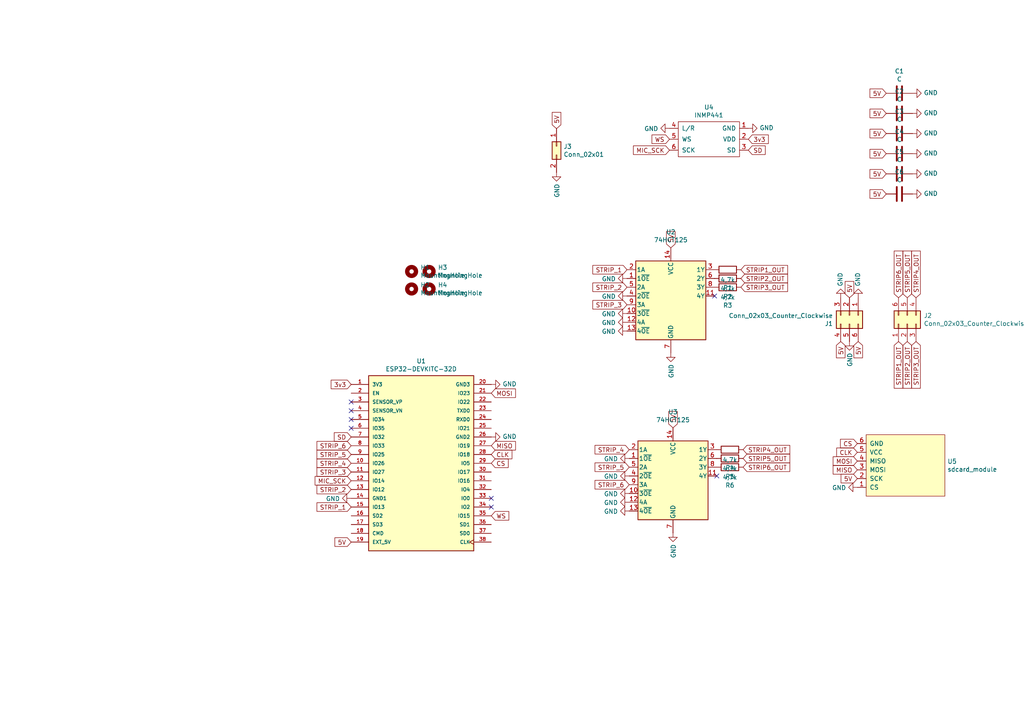
<source format=kicad_sch>
(kicad_sch (version 20230121) (generator eeschema)
  (paper "A4")
  (lib_symbols
    (symbol "74hct125:74HCT125" (pin_names (offset 0.254))
      (property "Reference" "U" (at 2.54 15.24 0))
      (property "Value" "74HCT125" (at -5.08 2.54 0))
      (symbol "74HCT125_0_0"
        (pin power_in line (at 0 17.78 270) (length 3.81) (name "VCC") (number "14"))
        (pin power_in line (at 0 -12.7 90) (length 3.81) (name "GND") (number "7"))
      )
      (symbol "74HCT125_0_1"
        (rectangle (start -10.16 13.97) (end 10.16 -8.89) (stroke (width 0.254)) (fill (type background)))
      )
      (symbol "74HCT125_1_1"
        (pin input line (at -12.7 8.89 0) (length 2.54) (name "1~{OE}") (number "1"))
        (pin input line (at -12.7 -1.27 0) (length 2.54) (name "3~{OE}") (number "10"))
        (pin output line (at 12.7 3.81 180) (length 2.54) (name "4Y") (number "11"))
        (pin input line (at -12.7 -3.81 0) (length 2.54) (name "4A") (number "12"))
        (pin input line (at -12.7 -6.35 0) (length 2.54) (name "4~{OE}") (number "13"))
        (pin input line (at -12.7 11.43 0) (length 2.54) (name "1A") (number "2"))
        (pin output line (at 12.7 11.43 180) (length 2.54) (name "1Y") (number "3"))
        (pin input line (at -12.7 3.81 0) (length 2.54) (name "2~{OE}") (number "4"))
        (pin input line (at -12.7 6.35 0) (length 2.54) (name "2A") (number "5"))
        (pin output line (at 12.7 8.89 180) (length 2.54) (name "2Y") (number "6"))
        (pin output line (at 12.7 6.35 180) (length 2.54) (name "3Y") (number "8"))
        (pin input line (at -12.7 1.27 0) (length 2.54) (name "3A") (number "9"))
      )
    )
    (symbol "Connector_Generic:Conn_02x01" (pin_names (offset 1.016) hide)
      (property "Reference" "J" (at 1.27 2.54 0))
      (property "Value" "Conn_02x01" (at 1.27 -2.54 0))
      (symbol "Conn_02x01_1_1"
        (rectangle (start -1.27 0.127) (end 0 -0.127) (stroke (width 0.1524)))
        (rectangle (start -1.27 1.27) (end 3.81 -1.27) (stroke (width 0.254)) (fill (type background)))
        (rectangle (start 3.81 0.127) (end 2.54 -0.127) (stroke (width 0.1524)))
        (pin passive line (at -5.08 0 0) (length 3.81) (name "Pin_1") (number "1"))
        (pin passive line (at 7.62 0 180) (length 3.81) (name "Pin_2") (number "2"))
      )
    )
    (symbol "Connector_Generic:Conn_02x03_Counter_Clockwise" (pin_names (offset 1.016) hide)
      (property "Reference" "J" (at 1.27 5.08 0))
      (property "Value" "Conn_02x03_Counter_Clockwise" (at 1.27 -5.08 0))
      (symbol "Conn_02x03_Counter_Clockwise_1_1"
        (rectangle (start -1.27 -2.413) (end 0 -2.667) (stroke (width 0.1524)))
        (rectangle (start -1.27 0.127) (end 0 -0.127) (stroke (width 0.1524)))
        (rectangle (start -1.27 2.667) (end 0 2.413) (stroke (width 0.1524)))
        (rectangle (start -1.27 3.81) (end 3.81 -3.81) (stroke (width 0.254)) (fill (type background)))
        (rectangle (start 3.81 -2.413) (end 2.54 -2.667) (stroke (width 0.1524)))
        (rectangle (start 3.81 0.127) (end 2.54 -0.127) (stroke (width 0.1524)))
        (rectangle (start 3.81 2.667) (end 2.54 2.413) (stroke (width 0.1524)))
        (pin passive line (at -5.08 2.54 0) (length 3.81) (name "Pin_1") (number "1"))
        (pin passive line (at -5.08 0 0) (length 3.81) (name "Pin_2") (number "2"))
        (pin passive line (at -5.08 -2.54 0) (length 3.81) (name "Pin_3") (number "3"))
        (pin passive line (at 7.62 -2.54 180) (length 3.81) (name "Pin_4") (number "4"))
        (pin passive line (at 7.62 0 180) (length 3.81) (name "Pin_5") (number "5"))
        (pin passive line (at 7.62 2.54 180) (length 3.81) (name "Pin_6") (number "6"))
      )
    )
    (symbol "Device:C" (pin_numbers hide) (pin_names (offset 0.254))
      (property "Reference" "C" (at 0.635 2.54 0))
      (property "Value" "C" (at 0.635 -2.54 0))
      (symbol "C_0_1"
        (polyline (pts (xy -2.032 -0.762) (xy 2.032 -0.762)) (stroke (width 0.508)))
        (polyline (pts (xy -2.032 0.762) (xy 2.032 0.762)) (stroke (width 0.508)))
      )
      (symbol "C_1_1"
        (pin passive line (at 0 3.81 270) (length 2.794) (name "~") (number "1"))
        (pin passive line (at 0 -3.81 90) (length 2.794) (name "~") (number "2"))
      )
    )
    (symbol "Device:R" (pin_numbers hide) (pin_names (offset 0))
      (property "Reference" "R" (at 2.032 0 90))
      (property "Value" "R" (at 0 0 90))
      (symbol "R_0_1"
        (rectangle (start -1.016 -2.54) (end 1.016 2.54) (stroke (width 0.254)))
      )
      (symbol "R_1_1"
        (pin passive line (at 0 3.81 270) (length 1.27) (name "~") (number "1"))
        (pin passive line (at 0 -3.81 90) (length 1.27) (name "~") (number "2"))
      )
    )
    (symbol "Mechanical:MountingHole" (pin_names (offset 1.016))
      (property "Reference" "H" (at 0 5.08 0))
      (property "Value" "MountingHole" (at 0 3.175 0))
      (symbol "MountingHole_0_1"
        (circle (center 0 0) (radius 1.27) (stroke (width 1.27)))
      )
    )
    (symbol "dodeca-blink-rescue:INMP441-inmp441" (pin_names (offset 1.016))
      (property "Reference" "U" (at 0 0 0))
      (property "Value" "inmp441_INMP441" (at 0 1.905 0))
      (symbol "INMP441-inmp441_0_1"
        (rectangle (start -8.89 6.35) (end 8.89 -3.81))
      )
      (symbol "INMP441-inmp441_1_1"
        (pin power_out line (at 11.43 4.445 180) (length 2.54) (name "GND") (number "1"))
        (pin power_out line (at 11.43 1.27 180) (length 2.54) (name "VDD") (number "2"))
        (pin bidirectional line (at 11.43 -1.905 180) (length 2.54) (name "SD") (number "3"))
        (pin bidirectional line (at -11.43 4.445 0) (length 2.54) (name "L/R") (number "4"))
        (pin bidirectional line (at -11.43 1.27 0) (length 2.54) (name "WS") (number "5"))
        (pin bidirectional line (at -11.43 -1.905 0) (length 2.54) (name "SCK") (number "6"))
      )
    )
    (symbol "dodeca-blink-rescue:sdcard_module-kwmobile_sdcard_module" (pin_names (offset 1.016))
      (property "Reference" "U" (at 0 0 0))
      (property "Value" "kwmobile_sdcard_module_sdcard_module" (at 0.635 1.905 0))
      (symbol "sdcard_module-kwmobile_sdcard_module_0_1"
        (rectangle (start -12.7 10.16) (end 10.16 -7.62) (fill (type background)))
      )
      (symbol "sdcard_module-kwmobile_sdcard_module_1_1"
        (pin input line (at -15.24 -5.08 0) (length 2.54) (name "CS") (number "1"))
        (pin input line (at -15.24 -2.54 0) (length 2.54) (name "SCK") (number "2"))
        (pin input line (at -15.24 0 0) (length 2.54) (name "MOSI") (number "3"))
        (pin input line (at -15.24 2.54 0) (length 2.54) (name "MISO") (number "4"))
        (pin input line (at -15.24 5.08 0) (length 2.54) (name "VCC") (number "5"))
        (pin input line (at -15.24 7.62 0) (length 2.54) (name "GND") (number "6"))
      )
    )
    (symbol "esp32-devkit-azdev:ESP32-DEVKITC-32D" (pin_names (offset 1.016))
      (property "Reference" "U" (at -15.2654 26.0604 0))
      (property "Value" "ESP32-DEVKITC-32D" (at -15.2654 -27.9654 0))
      (symbol "ESP32-DEVKITC-32D_0_0"
        (rectangle (start -15.24 -25.4) (end 15.24 25.4) (stroke (width 0.254)) (fill (type background)))
        (pin power_in line (at -20.32 22.86 0) (length 5.08) (name "3V3") (number "1"))
        (pin bidirectional line (at -20.32 0 0) (length 5.08) (name "IO26") (number "10"))
        (pin bidirectional line (at -20.32 -2.54 0) (length 5.08) (name "IO27") (number "11"))
        (pin bidirectional line (at -20.32 -5.08 0) (length 5.08) (name "IO14") (number "12"))
        (pin bidirectional line (at -20.32 -7.62 0) (length 5.08) (name "IO12") (number "13"))
        (pin power_in line (at -20.32 -10.16 0) (length 5.08) (name "GND1") (number "14"))
        (pin bidirectional line (at -20.32 -12.7 0) (length 5.08) (name "IO13") (number "15"))
        (pin bidirectional line (at -20.32 -15.24 0) (length 5.08) (name "SD2") (number "16"))
        (pin bidirectional line (at -20.32 -17.78 0) (length 5.08) (name "SD3") (number "17"))
        (pin bidirectional line (at -20.32 -20.32 0) (length 5.08) (name "CMD") (number "18"))
        (pin power_in line (at -20.32 -22.86 0) (length 5.08) (name "EXT_5V") (number "19"))
        (pin input line (at -20.32 20.32 0) (length 5.08) (name "EN") (number "2"))
        (pin power_in line (at 20.32 22.86 180) (length 5.08) (name "GND3") (number "20"))
        (pin bidirectional line (at 20.32 20.32 180) (length 5.08) (name "IO23") (number "21"))
        (pin bidirectional line (at 20.32 17.78 180) (length 5.08) (name "IO22") (number "22"))
        (pin output line (at 20.32 15.24 180) (length 5.08) (name "TXD0") (number "23"))
        (pin input line (at 20.32 12.7 180) (length 5.08) (name "RXD0") (number "24"))
        (pin bidirectional line (at 20.32 10.16 180) (length 5.08) (name "IO21") (number "25"))
        (pin power_in line (at 20.32 7.62 180) (length 5.08) (name "GND2") (number "26"))
        (pin bidirectional line (at 20.32 5.08 180) (length 5.08) (name "IO19") (number "27"))
        (pin bidirectional line (at 20.32 2.54 180) (length 5.08) (name "IO18") (number "28"))
        (pin bidirectional line (at 20.32 0 180) (length 5.08) (name "IO5") (number "29"))
        (pin input line (at -20.32 17.78 0) (length 5.08) (name "SENSOR_VP") (number "3"))
        (pin bidirectional line (at 20.32 -2.54 180) (length 5.08) (name "IO17") (number "30"))
        (pin bidirectional line (at 20.32 -5.08 180) (length 5.08) (name "IO16") (number "31"))
        (pin bidirectional line (at 20.32 -7.62 180) (length 5.08) (name "IO4") (number "32"))
        (pin bidirectional line (at 20.32 -10.16 180) (length 5.08) (name "IO0") (number "33"))
        (pin bidirectional line (at 20.32 -12.7 180) (length 5.08) (name "IO2") (number "34"))
        (pin bidirectional line (at 20.32 -15.24 180) (length 5.08) (name "IO15") (number "35"))
        (pin bidirectional line (at 20.32 -17.78 180) (length 5.08) (name "SD1") (number "36"))
        (pin bidirectional line (at 20.32 -20.32 180) (length 5.08) (name "SD0") (number "37"))
        (pin input clock (at 20.32 -22.86 180) (length 5.08) (name "CLK") (number "38"))
        (pin input line (at -20.32 15.24 0) (length 5.08) (name "SENSOR_VN") (number "4"))
        (pin bidirectional line (at -20.32 12.7 0) (length 5.08) (name "IO34") (number "5"))
        (pin bidirectional line (at -20.32 10.16 0) (length 5.08) (name "IO35") (number "6"))
        (pin bidirectional line (at -20.32 7.62 0) (length 5.08) (name "IO32") (number "7"))
        (pin bidirectional line (at -20.32 5.08 0) (length 5.08) (name "IO33") (number "8"))
        (pin bidirectional line (at -20.32 2.54 0) (length 5.08) (name "IO25") (number "9"))
      )
    )
    (symbol "power:GND" (power) (pin_names (offset 0))
      (property "Value" "GND" (at 0 -3.81 0))
      (symbol "GND_0_1"
        (polyline (pts (xy 0 0) (xy 0 -1.27) (xy 1.27 -1.27) (xy 0 -2.54) (xy -1.27 -1.27) (xy 0 -1.27)))
      )
      (symbol "GND_1_1"
        (pin power_in line (at 0 0 270) (length 0) hide (name "GND") (number "1"))
      )
    )
  )
  (no_connect (at 101.854 116.586))
  (no_connect (at 207.899 138.049))
  (no_connect (at 101.854 119.126))
  (no_connect (at 142.494 144.526))
  (no_connect (at 101.854 124.206))
  (no_connect (at 207.264 85.852))
  (no_connect (at 142.494 147.066))
  (no_connect (at 101.854 121.666))
  (global_label "5V" (shape input) (at 195.199 124.079 90) (property "Intersheetrefs" "${INTERSHEET_REFS}" (effects hide)))
  (global_label "3v3" (shape input) (at 101.854 111.506 180) (property "Intersheetrefs" "${INTERSHEET_REFS}" (effects hide)))
  (global_label "STRIP6_OUT" (shape input) (at 260.604 86.36 90) (property "Intersheetrefs" "${INTERSHEET_REFS}" (effects hide)))
  (global_label "STRIP1_OUT" (shape input) (at 214.884 78.232 0) (property "Intersheetrefs" "${INTERSHEET_REFS}" (effects hide)))
  (global_label "STRIP3_OUT" (shape input) (at 265.684 99.06 270) (property "Intersheetrefs" "${INTERSHEET_REFS}" (effects hide)))
  (global_label "STRIP_2" (shape input) (at 101.854 141.986 180) (property "Intersheetrefs" "${INTERSHEET_REFS}" (effects hide)))
  (global_label "CS" (shape input) (at 248.666 128.651 180) (property "Intersheetrefs" "${INTERSHEET_REFS}" (effects hide)))
  (global_label "STRIP2_OUT" (shape input) (at 263.144 99.06 270) (property "Intersheetrefs" "${INTERSHEET_REFS}" (effects hide)))
  (global_label "STRIP1_OUT" (shape input) (at 260.604 99.06 270) (property "Intersheetrefs" "${INTERSHEET_REFS}" (effects hide)))
  (global_label "5V" (shape input) (at 246.38 86.36 90) (property "Intersheetrefs" "${INTERSHEET_REFS}" (effects hide)))
  (global_label "MOSI" (shape input) (at 248.666 133.731 180) (property "Intersheetrefs" "${INTERSHEET_REFS}" (effects hide)))
  (global_label "SD" (shape input) (at 217.043 43.561 0) (property "Intersheetrefs" "${INTERSHEET_REFS}" (effects hide)))
  (global_label "5V" (shape input) (at 257.048 56.261 180) (property "Intersheetrefs" "${INTERSHEET_REFS}" (effects hide)))
  (global_label "5V" (shape input) (at 257.048 38.735 180) (property "Intersheetrefs" "${INTERSHEET_REFS}" (effects hide)))
  (global_label "STRIP_4" (shape input) (at 101.854 134.366 180) (property "Intersheetrefs" "${INTERSHEET_REFS}" (effects hide)))
  (global_label "STRIP3_OUT" (shape input) (at 214.884 83.312 0) (property "Intersheetrefs" "${INTERSHEET_REFS}" (effects hide)))
  (global_label "MIC_SCK" (shape input) (at 101.854 139.446 180) (property "Intersheetrefs" "${INTERSHEET_REFS}" (effects hide)))
  (global_label "5V" (shape input) (at 257.048 27.051 180) (property "Intersheetrefs" "${INTERSHEET_REFS}" (effects hide)))
  (global_label "MIC_SCK" (shape input) (at 194.183 43.561 180) (property "Intersheetrefs" "${INTERSHEET_REFS}" (effects hide)))
  (global_label "5V" (shape input) (at 248.666 138.811 180) (property "Intersheetrefs" "${INTERSHEET_REFS}" (effects hide)))
  (global_label "STRIP_5" (shape input) (at 101.854 131.826 180) (property "Intersheetrefs" "${INTERSHEET_REFS}" (effects hide)))
  (global_label "5V" (shape input) (at 161.417 37.3126 90) (property "Intersheetrefs" "${INTERSHEET_REFS}" (effects hide)))
  (global_label "SD" (shape input) (at 101.854 126.746 180) (property "Intersheetrefs" "${INTERSHEET_REFS}" (effects hide)))
  (global_label "STRIP4_OUT" (shape input) (at 265.684 86.36 90) (property "Intersheetrefs" "${INTERSHEET_REFS}" (effects hide)))
  (global_label "WS" (shape input) (at 142.494 149.606 0) (property "Intersheetrefs" "${INTERSHEET_REFS}" (effects hide)))
  (global_label "3v3" (shape input) (at 217.043 40.386 0) (property "Intersheetrefs" "${INTERSHEET_REFS}" (effects hide)))
  (global_label "5V" (shape input) (at 194.564 71.882 90) (property "Intersheetrefs" "${INTERSHEET_REFS}" (effects hide)))
  (global_label "STRIP5_OUT" (shape input) (at 263.144 86.36 90) (property "Intersheetrefs" "${INTERSHEET_REFS}" (effects hide)))
  (global_label "5V" (shape input) (at 257.048 32.893 180) (property "Intersheetrefs" "${INTERSHEET_REFS}" (effects hide)))
  (global_label "STRIP5_OUT" (shape input) (at 215.519 132.969 0) (property "Intersheetrefs" "${INTERSHEET_REFS}" (effects hide)))
  (global_label "5V" (shape input) (at 257.048 44.577 180) (property "Intersheetrefs" "${INTERSHEET_REFS}" (effects hide)))
  (global_label "STRIP_6" (shape input) (at 101.854 129.286 180) (property "Intersheetrefs" "${INTERSHEET_REFS}" (effects hide)))
  (global_label "MOSI" (shape input) (at 142.494 114.046 0) (property "Intersheetrefs" "${INTERSHEET_REFS}" (effects hide)))
  (global_label "CLK" (shape input) (at 142.494 131.826 0) (property "Intersheetrefs" "${INTERSHEET_REFS}" (effects hide)))
  (global_label "STRIP_1" (shape input) (at 181.864 78.232 180) (property "Intersheetrefs" "${INTERSHEET_REFS}" (effects hide)))
  (global_label "STRIP4_OUT" (shape input) (at 215.519 130.429 0) (property "Intersheetrefs" "${INTERSHEET_REFS}" (effects hide)))
  (global_label "CLK" (shape input) (at 248.666 131.191 180) (property "Intersheetrefs" "${INTERSHEET_REFS}" (effects hide)))
  (global_label "STRIP_6" (shape input) (at 182.499 140.589 180) (property "Intersheetrefs" "${INTERSHEET_REFS}" (effects hide)))
  (global_label "5V" (shape input) (at 101.854 157.226 180) (property "Intersheetrefs" "${INTERSHEET_REFS}" (effects hide)))
  (global_label "STRIP_3" (shape input) (at 181.864 88.392 180) (property "Intersheetrefs" "${INTERSHEET_REFS}" (effects hide)))
  (global_label "CS" (shape input) (at 142.494 134.366 0) (property "Intersheetrefs" "${INTERSHEET_REFS}" (effects hide)))
  (global_label "MISO" (shape input) (at 142.494 129.286 0) (property "Intersheetrefs" "${INTERSHEET_REFS}" (effects hide)))
  (global_label "STRIP_1" (shape input) (at 101.854 147.066 180) (property "Intersheetrefs" "${INTERSHEET_REFS}" (effects hide)))
  (global_label "STRIP_2" (shape input) (at 181.864 83.312 180) (property "Intersheetrefs" "${INTERSHEET_REFS}" (effects hide)))
  (global_label "5V" (shape input) (at 243.84 99.06 270) (property "Intersheetrefs" "${INTERSHEET_REFS}" (effects hide)))
  (global_label "STRIP2_OUT" (shape input) (at 214.884 80.772 0) (property "Intersheetrefs" "${INTERSHEET_REFS}" (effects hide)))
  (global_label "WS" (shape input) (at 194.183 40.386 180) (property "Intersheetrefs" "${INTERSHEET_REFS}" (effects hide)))
  (global_label "STRIP_4" (shape input) (at 182.499 130.429 180) (property "Intersheetrefs" "${INTERSHEET_REFS}" (effects hide)))
  (global_label "5V" (shape input) (at 257.048 50.419 180) (property "Intersheetrefs" "${INTERSHEET_REFS}" (effects hide)))
  (global_label "STRIP_5" (shape input) (at 182.499 135.509 180) (property "Intersheetrefs" "${INTERSHEET_REFS}" (effects hide)))
  (global_label "5V" (shape input) (at 248.92 99.06 270) (property "Intersheetrefs" "${INTERSHEET_REFS}" (effects hide)))
  (global_label "STRIP_3" (shape input) (at 101.854 136.906 180) (property "Intersheetrefs" "${INTERSHEET_REFS}" (effects hide)))
  (global_label "MISO" (shape input) (at 248.666 136.271 180) (property "Intersheetrefs" "${INTERSHEET_REFS}" (effects hide)))
  (global_label "STRIP6_OUT" (shape input) (at 215.519 135.509 0) (property "Intersheetrefs" "${INTERSHEET_REFS}" (effects hide)))
  (symbol (lib_id "Device:R") (at 211.074 78.232 90) (unit 1)
    (property "Reference" "R1" (at 211.074 83.4898 90))
    (property "Value" "4,7k" (at 211.074 81.1784 90))
    (property "Footprint" "Resistor_THT:R_Axial_DIN0207_L6.3mm_D2.5mm_P7.62mm_Horizontal" (effects hide))
  )
  (symbol (lib_id "Device:R") (at 211.074 80.772 90) (unit 1)
    (property "Reference" "R2" (at 211.074 86.0298 90))
    (property "Value" "4,7k" (at 211.074 83.7184 90))
    (property "Footprint" "Resistor_THT:R_Axial_DIN0207_L6.3mm_D2.5mm_P7.62mm_Horizontal" (effects hide))
  )
  (symbol (lib_id "Device:R") (at 211.074 83.312 90) (unit 1)
    (property "Reference" "R3" (at 211.074 88.5698 90))
    (property "Value" "4,7k" (at 211.074 86.2584 90))
    (property "Footprint" "Resistor_THT:R_Axial_DIN0207_L6.3mm_D2.5mm_P7.62mm_Horizontal" (effects hide))
  )
  (symbol (lib_id "Device:R") (at 211.709 130.429 90) (unit 1)
    (property "Reference" "R4" (at 211.709 135.6868 90))
    (property "Value" "4,7k" (at 211.709 133.3754 90))
    (property "Footprint" "Resistor_THT:R_Axial_DIN0207_L6.3mm_D2.5mm_P7.62mm_Horizontal" (effects hide))
  )
  (symbol (lib_id "Device:R") (at 211.709 132.969 90) (unit 1)
    (property "Reference" "R5" (at 211.709 138.2268 90))
    (property "Value" "4,7k" (at 211.709 135.9154 90))
    (property "Footprint" "Resistor_THT:R_Axial_DIN0207_L6.3mm_D2.5mm_P7.62mm_Horizontal" (effects hide))
  )
  (symbol (lib_id "Device:R") (at 211.709 135.509 90) (unit 1)
    (property "Reference" "R6" (at 211.709 140.7668 90))
    (property "Value" "4,7k" (at 211.709 138.4554 90))
    (property "Footprint" "Resistor_THT:R_Axial_DIN0207_L6.3mm_D2.5mm_P7.62mm_Horizontal" (effects hide))
  )
  (symbol (lib_id "Device:C") (at 260.858 27.051 270) (unit 1)
    (property "Reference" "C1" (at 260.858 20.6502 90))
    (property "Value" "C" (at 260.858 22.9616 90))
    (property "Footprint" "Capacitor_THT:CP_Radial_D10.0mm_P5.00mm" (effects hide))
  )
  (symbol (lib_id "Device:C") (at 260.858 32.893 270) (unit 1)
    (property "Reference" "C2" (at 260.858 26.4922 90))
    (property "Value" "C" (at 260.858 28.8036 90))
    (property "Footprint" "Capacitor_THT:CP_Radial_D10.0mm_P5.00mm" (effects hide))
  )
  (symbol (lib_id "Device:C") (at 260.858 38.735 270) (unit 1)
    (property "Reference" "C3" (at 260.858 32.3342 90))
    (property "Value" "C" (at 260.858 34.6456 90))
    (property "Footprint" "Capacitor_THT:CP_Radial_D10.0mm_P5.00mm" (effects hide))
  )
  (symbol (lib_id "Device:C") (at 260.858 44.577 270) (unit 1)
    (property "Reference" "C4" (at 260.858 38.1762 90))
    (property "Value" "C" (at 260.858 40.4876 90))
    (property "Footprint" "Capacitor_THT:CP_Radial_D10.0mm_P5.00mm" (effects hide))
  )
  (symbol (lib_id "Device:C") (at 260.858 50.419 270) (unit 1)
    (property "Reference" "C5" (at 260.858 44.0182 90))
    (property "Value" "C" (at 260.858 46.3296 90))
    (property "Footprint" "Capacitor_THT:CP_Radial_D10.0mm_P5.00mm" (effects hide))
  )
  (symbol (lib_id "Device:C") (at 260.858 56.261 270) (unit 1)
    (property "Reference" "C6" (at 260.858 49.8602 90))
    (property "Value" "C" (at 260.858 52.1716 90))
    (property "Footprint" "Capacitor_THT:CP_Radial_D10.0mm_P5.00mm" (effects hide))
  )
  (symbol (lib_id "power:GND") (at 264.668 56.261 90) (unit 1)
    (property "Reference" "#PWR0101" (effects hide))
    (property "Value" "GND" (at 267.9192 56.134 90) (effects (justify right)))
  )
  (symbol (lib_id "power:GND") (at 264.668 50.419 90) (unit 1)
    (property "Reference" "#PWR0102" (effects hide))
    (property "Value" "GND" (at 267.9192 50.292 90) (effects (justify right)))
  )
  (symbol (lib_id "power:GND") (at 264.668 44.577 90) (unit 1)
    (property "Reference" "#PWR0103" (effects hide))
    (property "Value" "GND" (at 267.9192 44.45 90) (effects (justify right)))
  )
  (symbol (lib_id "power:GND") (at 264.668 38.735 90) (unit 1)
    (property "Reference" "#PWR0104" (effects hide))
    (property "Value" "GND" (at 267.9192 38.608 90) (effects (justify right)))
  )
  (symbol (lib_id "power:GND") (at 264.668 32.893 90) (unit 1)
    (property "Reference" "#PWR0105" (effects hide))
    (property "Value" "GND" (at 267.9192 32.766 90) (effects (justify right)))
  )
  (symbol (lib_id "power:GND") (at 264.668 27.051 90) (unit 1)
    (property "Reference" "#PWR0106" (effects hide))
    (property "Value" "GND" (at 267.9192 26.924 90) (effects (justify right)))
  )
  (symbol (lib_id "Connector_Generic:Conn_02x03_Counter_Clockwise") (at 263.144 93.98 90) (unit 1)
    (property "Reference" "J2" (at 267.9192 91.5416 90) (effects (justify right)))
    (property "Value" "Conn_02x03_Counter_Clockwise" (at 267.9192 93.853 90) (effects (justify right)))
    (property "Footprint" "Connector_PinHeader_2.54mm:PinHeader_2x03_P2.54mm_Vertical" (effects hide))
  )
  (symbol (lib_id "Connector_Generic:Conn_02x01") (at 161.417 42.3926 270) (unit 1)
    (property "Reference" "J3" (at 163.449 42.4942 90) (effects (justify left)))
    (property "Value" "Conn_02x01" (at 163.449 44.8056 90) (effects (justify left)))
    (property "Footprint" "Connector_JST:JST_XH_B2B-XH-AM_1x02_P2.50mm_Vertical" (effects hide))
  )
  (symbol (lib_id "power:GND") (at 161.417 50.0126 0) (unit 1)
    (property "Reference" "#PWR0107" (effects hide))
    (property "Value" "GND" (at 161.544 53.2638 90) (effects (justify right)))
  )
  (symbol (lib_id "power:GND") (at 181.864 85.852 270) (unit 1)
    (property "Reference" "#PWR0111" (effects hide))
    (property "Value" "GND" (at 178.6128 85.979 90) (effects (justify right)))
  )
  (symbol (lib_id "power:GND") (at 181.864 80.772 270) (unit 1)
    (property "Reference" "#PWR0112" (effects hide))
    (property "Value" "GND" (at 178.6128 80.899 90) (effects (justify right)))
  )
  (symbol (lib_id "power:GND") (at 181.864 90.932 270) (unit 1)
    (property "Reference" "#PWR0113" (effects hide))
    (property "Value" "GND" (at 178.6128 91.059 90) (effects (justify right)))
  )
  (symbol (lib_id "power:GND") (at 182.499 132.969 270) (unit 1)
    (property "Reference" "#PWR0114" (effects hide))
    (property "Value" "GND" (at 179.2478 133.096 90) (effects (justify right)))
  )
  (symbol (lib_id "power:GND") (at 182.499 138.049 270) (unit 1)
    (property "Reference" "#PWR0115" (effects hide))
    (property "Value" "GND" (at 179.2478 138.176 90) (effects (justify right)))
  )
  (symbol (lib_id "power:GND") (at 182.499 143.129 270) (unit 1)
    (property "Reference" "#PWR0116" (effects hide))
    (property "Value" "GND" (at 179.2478 143.256 90) (effects (justify right)))
  )
  (symbol (lib_id "power:GND") (at 194.564 102.362 0) (unit 1)
    (property "Reference" "#PWR0117" (effects hide))
    (property "Value" "GND" (at 194.691 105.6132 90) (effects (justify right)))
  )
  (symbol (lib_id "power:GND") (at 195.199 154.559 0) (unit 1)
    (property "Reference" "#PWR0118" (effects hide))
    (property "Value" "GND" (at 195.326 157.8102 90) (effects (justify right)))
  )
  (symbol (lib_id "power:GND") (at 182.499 145.669 270) (unit 1)
    (property "Reference" "#PWR0119" (effects hide))
    (property "Value" "GND" (at 179.2478 145.796 90) (effects (justify right)))
  )
  (symbol (lib_id "power:GND") (at 182.499 148.209 270) (unit 1)
    (property "Reference" "#PWR0120" (effects hide))
    (property "Value" "GND" (at 179.2478 148.336 90) (effects (justify right)))
  )
  (symbol (lib_id "power:GND") (at 181.864 93.472 270) (unit 1)
    (property "Reference" "#PWR0121" (effects hide))
    (property "Value" "GND" (at 178.6128 93.599 90) (effects (justify right)))
  )
  (symbol (lib_id "power:GND") (at 181.864 96.012 270) (unit 1)
    (property "Reference" "#PWR0122" (effects hide))
    (property "Value" "GND" (at 178.6128 96.139 90) (effects (justify right)))
  )
  (symbol (lib_id "power:GND") (at 142.494 126.746 90) (unit 1)
    (property "Reference" "#PWR0110" (effects hide))
    (property "Value" "GND" (at 145.7452 126.619 90) (effects (justify right)))
  )
  (symbol (lib_id "power:GND") (at 142.494 111.506 90) (unit 1)
    (property "Reference" "#PWR0123" (effects hide))
    (property "Value" "GND" (at 145.7452 111.379 90) (effects (justify right)))
  )
  (symbol (lib_id "power:GND") (at 101.854 144.526 270) (unit 1)
    (property "Reference" "#PWR0124" (effects hide))
    (property "Value" "GND" (at 98.6028 144.653 90) (effects (justify right)))
  )
  (symbol (lib_id "dodeca-blink-rescue:INMP441-inmp441") (at 205.613 41.656 0) (unit 1)
    (property "Reference" "U4" (at 205.613 31.115 0))
    (property "Value" "INMP441" (at 205.613 33.4264 0))
    (property "Footprint" "inmp441:inmp441" (effects hide))
  )
  (symbol (lib_id "power:GND") (at 217.043 37.211 90) (unit 1)
    (property "Reference" "#PWR0109" (effects hide))
    (property "Value" "GND" (at 220.2942 37.084 90) (effects (justify right)))
  )
  (symbol (lib_id "power:GND") (at 248.666 141.351 270) (unit 1)
    (property "Reference" "#PWR0126" (effects hide))
    (property "Value" "GND" (at 245.4148 141.478 90) (effects (justify right)))
  )
  (symbol (lib_id "power:GND") (at 194.183 37.211 270) (unit 1)
    (property "Reference" "#PWR0125" (effects hide))
    (property "Value" "GND" (at 190.9318 37.338 90) (effects (justify right)))
  )
  (symbol (lib_id "dodeca-blink-rescue:sdcard_module-kwmobile_sdcard_module") (at 263.906 136.271 0) (unit 1)
    (property "Reference" "U5" (at 274.7772 133.8326 0) (effects (justify left)))
    (property "Value" "sdcard_module" (at 274.7772 136.144 0) (effects (justify left)))
    (property "Footprint" "kwmobile_sdcard_module:sdcard_module" (effects hide))
  )
  (symbol (lib_id "Connector_Generic:Conn_02x03_Counter_Clockwise") (at 246.38 91.44 270) (unit 1)
    (property "Reference" "J1" (at 241.6048 93.8784 90) (effects (justify right)))
    (property "Value" "Conn_02x03_Counter_Clockwise" (at 241.6048 91.567 90) (effects (justify right)))
    (property "Footprint" "Connector_PinHeader_2.54mm:PinHeader_2x03_P2.54mm_Vertical" (effects hide))
  )
  (symbol (lib_id "power:GND") (at 243.84 86.36 180) (unit 1)
    (property "Reference" "#PWR0108" (effects hide))
    (property "Value" "GND" (at 243.713 83.1088 90) (effects (justify right)))
  )
  (symbol (lib_id "power:GND") (at 246.38 99.06 0) (unit 1)
    (property "Reference" "#PWR0127" (effects hide))
    (property "Value" "GND" (at 246.507 102.3112 90) (effects (justify right)))
  )
  (symbol (lib_id "power:GND") (at 248.92 86.36 180) (unit 1)
    (property "Reference" "#PWR0128" (effects hide))
    (property "Value" "GND" (at 248.793 83.1088 90) (effects (justify right)))
  )
  (symbol (lib_id "Mechanical:MountingHole") (at 119.38 78.74 0) (unit 1)
    (property "Reference" "H1" (at 121.92 77.5716 0) (effects (justify left)))
    (property "Value" "MountingHole" (at 121.92 79.883 0) (effects (justify left)))
    (property "Footprint" "MountingHole:MountingHole_3mm" (effects hide))
  )
  (symbol (lib_id "Mechanical:MountingHole") (at 124.46 78.74 0) (unit 1)
    (property "Reference" "H3" (at 127 77.5716 0) (effects (justify left)))
    (property "Value" "MountingHole" (at 127 79.883 0) (effects (justify left)))
    (property "Footprint" "MountingHole:MountingHole_3mm" (effects hide))
  )
  (symbol (lib_id "Mechanical:MountingHole") (at 119.38 83.82 0) (unit 1)
    (property "Reference" "H2" (at 121.92 82.6516 0) (effects (justify left)))
    (property "Value" "MountingHole" (at 121.92 84.963 0) (effects (justify left)))
    (property "Footprint" "MountingHole:MountingHole_3mm" (effects hide))
  )
  (symbol (lib_id "Mechanical:MountingHole") (at 124.46 83.82 0) (unit 1)
    (property "Reference" "H4" (at 127 82.6516 0) (effects (justify left)))
    (property "Value" "MountingHole" (at 127 84.963 0) (effects (justify left)))
    (property "Footprint" "MountingHole:MountingHole_3mm" (effects hide))
  )
  (symbol (lib_id "esp32-devkit-azdev:ESP32-DEVKITC-32D") (at 122.174 134.366 0) (unit 1)
    (property "Reference" "U1" (at 122.174 104.7242 0))
    (property "Value" "ESP32-DEVKITC-32D" (at 122.174 107.0356 0))
    (property "Footprint" "esp32-devkitd:MODULE_ESP32-DEVKITC-32D" (effects hide))
    (property "MANUFACTURER" "Espressif Systems" (effects hide))
    (property "PARTREV" "4" (effects hide))
  )
  (symbol (lib_id "74hct125:74HCT125") (at 194.564 89.662 0) (unit 1)
    (property "Reference" "U2" (at 194.564 67.2846 0))
    (property "Value" "74HCT125" (at 194.564 69.596 0))
    (property "Footprint" "Package_DIP:DIP-14_W7.62mm_Socket_LongPads" (effects hide))
  )
  (symbol (lib_id "74hct125:74HCT125") (at 195.199 141.859 0) (unit 1)
    (property "Reference" "U3" (at 195.199 119.4816 0))
    (property "Value" "74HCT125" (at 195.199 121.793 0))
    (property "Footprint" "Package_DIP:DIP-14_W7.62mm_Socket_LongPads" (effects hide))
  )
)
</source>
